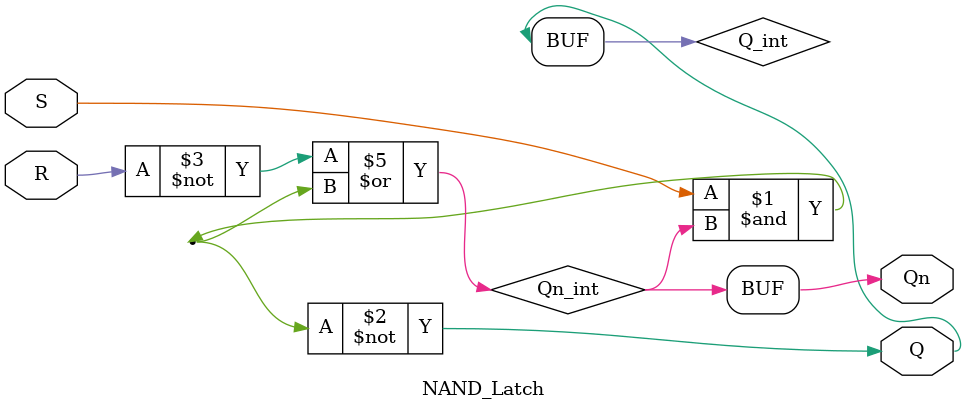
<source format=v>
`timescale 1ns / 1ps


module NAND_Latch(
input S,
input R,
output Q,
output Qn
);

wire Q_int;
wire Qn_int;
 
assign #1 Q_int = ~(S & Qn_int);
assign #1 Qn_int = (~R | ~Q_int);
assign Q = Q_int;
assign Qn = Qn_int;

endmodule

</source>
